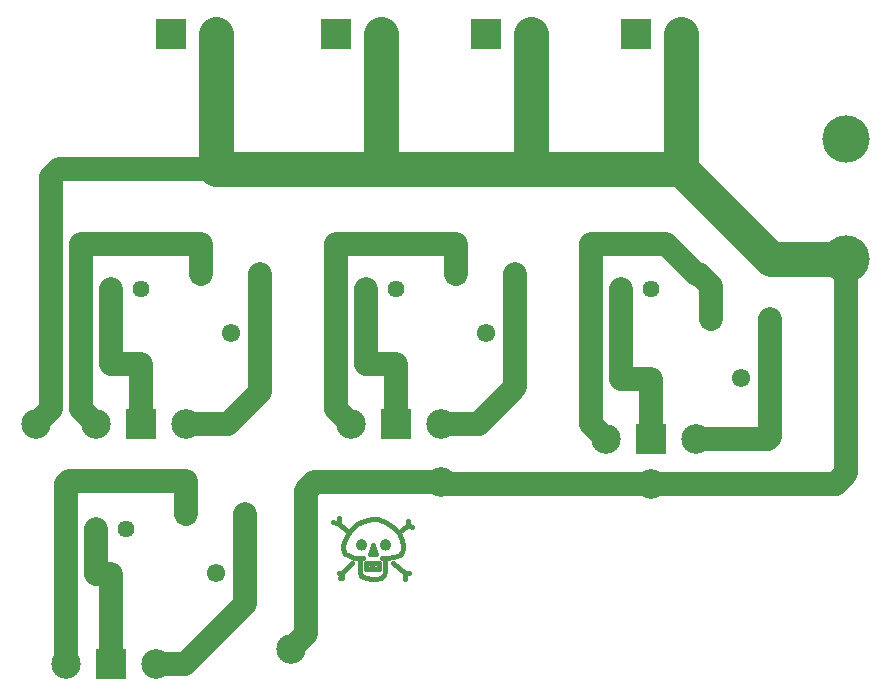
<source format=gbr>
G04 #@! TF.GenerationSoftware,KiCad,Pcbnew,(5.1.2)-1*
G04 #@! TF.CreationDate,2019-06-07T12:24:14-04:00*
G04 #@! TF.ProjectId,volt mod 2,766f6c74-206d-46f6-9420-322e6b696361,rev?*
G04 #@! TF.SameCoordinates,Original*
G04 #@! TF.FileFunction,Copper,L2,Bot*
G04 #@! TF.FilePolarity,Positive*
%FSLAX46Y46*%
G04 Gerber Fmt 4.6, Leading zero omitted, Abs format (unit mm)*
G04 Created by KiCad (PCBNEW (5.1.2)-1) date 2019-06-07 12:24:14*
%MOMM*%
%LPD*%
G04 APERTURE LIST*
%ADD10C,0.381000*%
%ADD11C,2.499360*%
%ADD12R,2.499360X2.499360*%
%ADD13C,1.440000*%
%ADD14C,1.550000*%
%ADD15R,1.550000X1.550000*%
%ADD16C,4.000000*%
%ADD17C,3.000000*%
%ADD18C,2.000000*%
G04 APERTURE END LIST*
D10*
X53975000Y-170157140D02*
X54356000Y-170157140D01*
X53594000Y-170157140D02*
X53975000Y-170157140D01*
X53086000Y-169903140D02*
X53594000Y-170157140D01*
X52832000Y-169776140D02*
X53086000Y-169903140D01*
X52705000Y-169395140D02*
X52832000Y-169776140D01*
X52705000Y-169014140D02*
X52705000Y-169395140D01*
X52832000Y-168633140D02*
X52705000Y-169014140D01*
X53086000Y-168125140D02*
X52832000Y-168633140D01*
X53340000Y-167744140D02*
X53086000Y-168125140D01*
X53848000Y-167236140D02*
X53340000Y-167744140D01*
X54483000Y-166982140D02*
X53848000Y-167236140D01*
X55118000Y-166855140D02*
X54483000Y-166982140D01*
X55626000Y-166855140D02*
X55118000Y-166855140D01*
X56261000Y-167109140D02*
X55626000Y-166855140D01*
X56896000Y-167490140D02*
X56261000Y-167109140D01*
X57404000Y-167998140D02*
X56896000Y-167490140D01*
X57658000Y-168633140D02*
X57404000Y-167998140D01*
X57785000Y-169141140D02*
X57658000Y-168633140D01*
X57785000Y-169395140D02*
X57785000Y-169141140D01*
X56388000Y-170157140D02*
X56007000Y-170157140D01*
X57023000Y-170030140D02*
X56388000Y-170157140D01*
X57531000Y-169903140D02*
X57023000Y-170030140D01*
X57658000Y-169649140D02*
X57531000Y-169903140D01*
X57785000Y-169395140D02*
X57658000Y-169649140D01*
X56261000Y-170919140D02*
X56261000Y-170157140D01*
X56261000Y-171300140D02*
X56261000Y-170919140D01*
X55118000Y-171935140D02*
X55499000Y-171935140D01*
X54610000Y-171808140D02*
X55118000Y-171935140D01*
X54229000Y-171681140D02*
X54610000Y-171808140D01*
X54102000Y-171300140D02*
X54229000Y-171681140D01*
X54102000Y-170919140D02*
X54102000Y-171300140D01*
X54102000Y-170157140D02*
X54102000Y-170919140D01*
X55880000Y-171808140D02*
X55499000Y-171935140D01*
X56134000Y-171554140D02*
X55880000Y-171808140D01*
X56261000Y-171300140D02*
X56134000Y-171554140D01*
X55499000Y-169776140D02*
X55245000Y-169014140D01*
X54991000Y-169776140D02*
X55499000Y-169776140D01*
X55245000Y-169014140D02*
X54991000Y-169776140D01*
X54512981Y-169014140D02*
G75*
G03X54512981Y-169014140I-283981J0D01*
G01*
X56544981Y-169014140D02*
G75*
G03X56544981Y-169014140I-283981J0D01*
G01*
X55753000Y-171046140D02*
X55753000Y-170538140D01*
X54610000Y-171046140D02*
X55753000Y-171046140D01*
X54610000Y-170538140D02*
X54610000Y-171046140D01*
X55753000Y-170538140D02*
X54610000Y-170538140D01*
X55118000Y-170665140D02*
X55118000Y-170919140D01*
X52959000Y-167744140D02*
X52324000Y-167236140D01*
X52324000Y-167236140D02*
X52324000Y-166728140D01*
X52324000Y-167236140D02*
X51816000Y-167109140D01*
X56896000Y-170538140D02*
X57912000Y-171427140D01*
X57912000Y-171427140D02*
X58293000Y-171427140D01*
X57912000Y-171427140D02*
X57912000Y-171935140D01*
X57658000Y-167744140D02*
X58166000Y-167363140D01*
X58166000Y-167363140D02*
X58166000Y-166982140D01*
X58166000Y-167363140D02*
X58547000Y-167490140D01*
X52578000Y-171427140D02*
X52324000Y-171427140D01*
X53467000Y-170538140D02*
X52578000Y-171427140D01*
X52578000Y-171808140D02*
X52451000Y-171808140D01*
X52578000Y-171427140D02*
X52578000Y-171808140D01*
D11*
X78740000Y-163830000D03*
X60921900Y-163720780D03*
X26670000Y-158750000D03*
X48260000Y-177800000D03*
X29210000Y-179070000D03*
X31750000Y-158750000D03*
X53340000Y-158750000D03*
X74930000Y-160020000D03*
X82550000Y-160020000D03*
D12*
X78740000Y-160020000D03*
D11*
X60960000Y-158750000D03*
D12*
X57150000Y-158750000D03*
D11*
X39370000Y-158750000D03*
D12*
X35560000Y-158750000D03*
D11*
X36830000Y-179070000D03*
D12*
X33020000Y-179070000D03*
D13*
X29210000Y-167640000D03*
X31750000Y-167640000D03*
X34290000Y-167640000D03*
X73660000Y-147320000D03*
X76200000Y-147320000D03*
X78740000Y-147320000D03*
X52070000Y-147320000D03*
X54610000Y-147320000D03*
X57150000Y-147320000D03*
X35560000Y-147320000D03*
X33020000Y-147320000D03*
X30480000Y-147320000D03*
D14*
X44370000Y-166370000D03*
D15*
X39370000Y-166370000D03*
D14*
X41870000Y-171370000D03*
X88820000Y-149860000D03*
D15*
X83820000Y-149860000D03*
D14*
X86320000Y-154860000D03*
X67230000Y-146050000D03*
D15*
X62230000Y-146050000D03*
D14*
X64730000Y-151050000D03*
D16*
X95250000Y-144780000D03*
D14*
X43140000Y-151050000D03*
D15*
X40640000Y-146050000D03*
D14*
X45640000Y-146050000D03*
D16*
X95250000Y-134620000D03*
D12*
X77470000Y-125730000D03*
D11*
X81280000Y-125730000D03*
D12*
X64770000Y-125730000D03*
D11*
X68580000Y-125730000D03*
D12*
X52070000Y-125730000D03*
D11*
X55880000Y-125730000D03*
X41910000Y-125730000D03*
D12*
X38100000Y-125730000D03*
D17*
X95250000Y-144780000D02*
X88900000Y-144780000D01*
X81280000Y-125730000D02*
X81280000Y-137160000D01*
X41910000Y-137160000D02*
X41910000Y-125730000D01*
X55880000Y-125730000D02*
X55880000Y-137160000D01*
X55880000Y-137160000D02*
X41910000Y-137160000D01*
X68580000Y-125730000D02*
X68580000Y-137160000D01*
X81280000Y-137160000D02*
X68580000Y-137160000D01*
X68580000Y-137160000D02*
X55880000Y-137160000D01*
X88900000Y-144780000D02*
X81280000Y-137160000D01*
D18*
X39370000Y-166370000D02*
X39370000Y-163595000D01*
X39370000Y-163595000D02*
X29445000Y-163595000D01*
X29210000Y-163830000D02*
X29210000Y-167640000D01*
X29445000Y-163595000D02*
X29210000Y-163830000D01*
X40640000Y-146050000D02*
X40640000Y-143510000D01*
X40640000Y-143510000D02*
X30480000Y-143510000D01*
X30480000Y-143510000D02*
X30480000Y-147320000D01*
X62230000Y-146050000D02*
X62230000Y-143510000D01*
X62230000Y-143510000D02*
X52070000Y-143510000D01*
X52070000Y-143510000D02*
X52070000Y-147320000D01*
X83820000Y-147085000D02*
X82785000Y-146050000D01*
X83820000Y-149860000D02*
X83820000Y-147085000D01*
X82785000Y-146050000D02*
X82550000Y-146050000D01*
X82550000Y-146050000D02*
X80010000Y-143510000D01*
X80010000Y-143510000D02*
X73660000Y-143510000D01*
X73660000Y-143510000D02*
X73660000Y-147320000D01*
X30480000Y-157480000D02*
X31750000Y-158750000D01*
X30480000Y-147320000D02*
X30480000Y-157480000D01*
X52070000Y-157480000D02*
X53340000Y-158750000D01*
X52070000Y-147320000D02*
X52070000Y-157480000D01*
X73660000Y-158750000D02*
X74930000Y-160020000D01*
X73660000Y-147320000D02*
X73660000Y-158750000D01*
X29210000Y-167640000D02*
X29210000Y-179070000D01*
X35560000Y-158750000D02*
X35560000Y-153670000D01*
X35560000Y-153670000D02*
X33020000Y-153670000D01*
X33020000Y-153670000D02*
X33020000Y-147320000D01*
X33020000Y-179070000D02*
X33020000Y-171450000D01*
X33020000Y-171450000D02*
X31750000Y-171450000D01*
X31750000Y-171450000D02*
X31750000Y-167640000D01*
X54610000Y-153670000D02*
X54610000Y-147320000D01*
X57150000Y-158750000D02*
X57150000Y-153670000D01*
X57150000Y-153670000D02*
X54610000Y-153670000D01*
X76200000Y-154940000D02*
X76200000Y-147320000D01*
X78740000Y-160020000D02*
X78740000Y-154940000D01*
X78740000Y-154940000D02*
X76200000Y-154940000D01*
X39370000Y-158750000D02*
X42931080Y-158750000D01*
X45640000Y-156041080D02*
X45640000Y-146050000D01*
X42931080Y-158750000D02*
X45640000Y-156041080D01*
X60960000Y-158750000D02*
X64137540Y-158750000D01*
X67230000Y-155657540D02*
X67230000Y-146050000D01*
X64137540Y-158750000D02*
X67230000Y-155657540D01*
X82550000Y-160020000D02*
X88640920Y-160020000D01*
X88820000Y-159840920D02*
X88820000Y-149860000D01*
X88640920Y-160020000D02*
X88820000Y-159840920D01*
X36830000Y-179070000D02*
X39329360Y-179070000D01*
X44370000Y-174029360D02*
X44370000Y-166370000D01*
X39329360Y-179070000D02*
X44370000Y-174029360D01*
X27919679Y-157500321D02*
X27919679Y-137881361D01*
X26670000Y-158750000D02*
X27919679Y-157500321D01*
X28641040Y-137160000D02*
X41910000Y-137160000D01*
X27919679Y-137881361D02*
X28641040Y-137160000D01*
X61031120Y-163830000D02*
X60921900Y-163720780D01*
X78740000Y-163830000D02*
X61031120Y-163830000D01*
X49509679Y-176550321D02*
X49509679Y-164449761D01*
X48260000Y-177800000D02*
X49509679Y-176550321D01*
X50238660Y-163720780D02*
X60921900Y-163720780D01*
X49509679Y-164449761D02*
X50238660Y-163720780D01*
X95250000Y-162946080D02*
X95250000Y-144780000D01*
X94366080Y-163830000D02*
X95250000Y-162946080D01*
X78740000Y-163830000D02*
X94366080Y-163830000D01*
M02*

</source>
